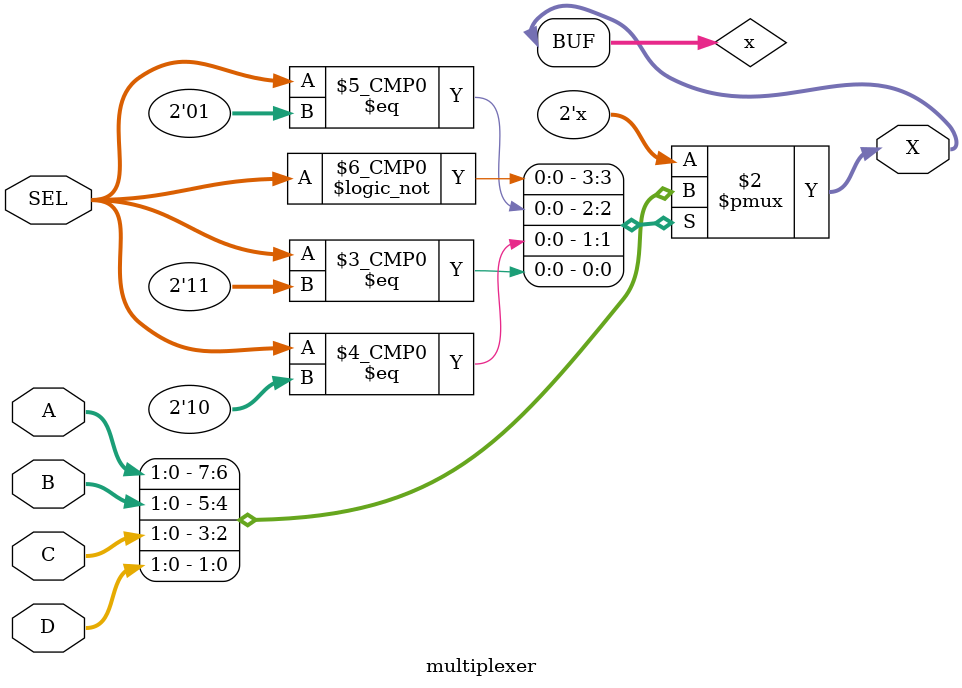
<source format=v>
`timescale 1ns / 1ps

module multiplexer(
    input [1:0]A,
    input [1:0]B,
    input [1:0]C,
    input [1:0]D,
    input [1:0]SEL,
    output [1:0]X
);
//YOUR CODE HERE
//TIPS: IN THE VERILOG CASE STATEMENT, YOU HAVE TO LIST ALL CONDITION TO AVIOD ANY AMBIGUOUS STATEMENT;
reg [1:0] x;
assign X[1:0] = x[1:0];
always @(SEL,A,B,C,D)begin
    case(SEL)
        2'b00: x = A;
        2'b01: x = B;
        2'b10: x = C;
        2'b11: x = D;
        default: x = 2'b00;
    endcase
    
end

endmodule

</source>
